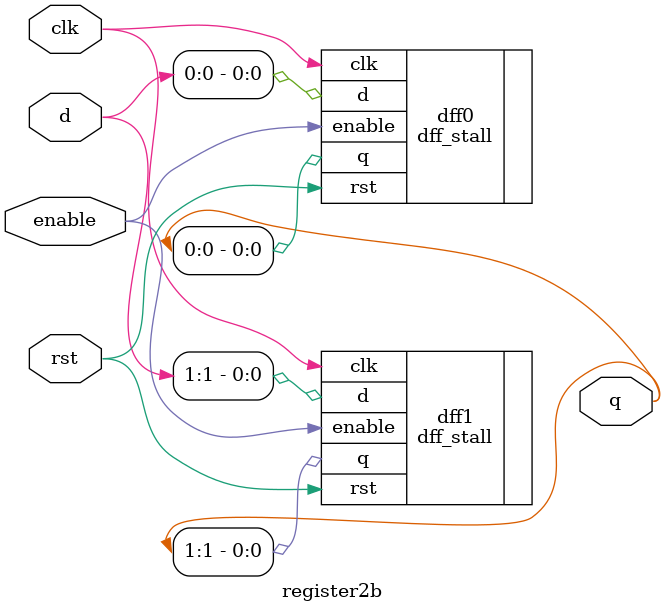
<source format=v>

module register2b(
            // Output
            q,
            // Inputs
            d, clk, rst, enable
            );

    output [1:0]         q;
    input [1:0]          d;
    input          clk;
    input          rst;
    input          enable;

    dff_stall dff0(.q(q[0]), .d(d[0]), .clk(clk), .rst(rst), .enable(enable)); 
    dff_stall dff1(.q(q[1]), .d(d[1]), .clk(clk), .rst(rst), .enable(enable)); 
    

endmodule
</source>
